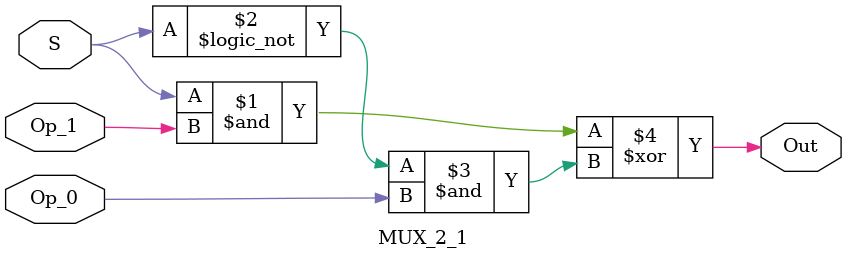
<source format=v>
module MUX_2_1(
    output Out,
    input S,
    input Op_0,
    input Op_1);
    wire notS;
    assign Out=(S&Op_1)^((!S)&Op_0);
endmodule
</source>
